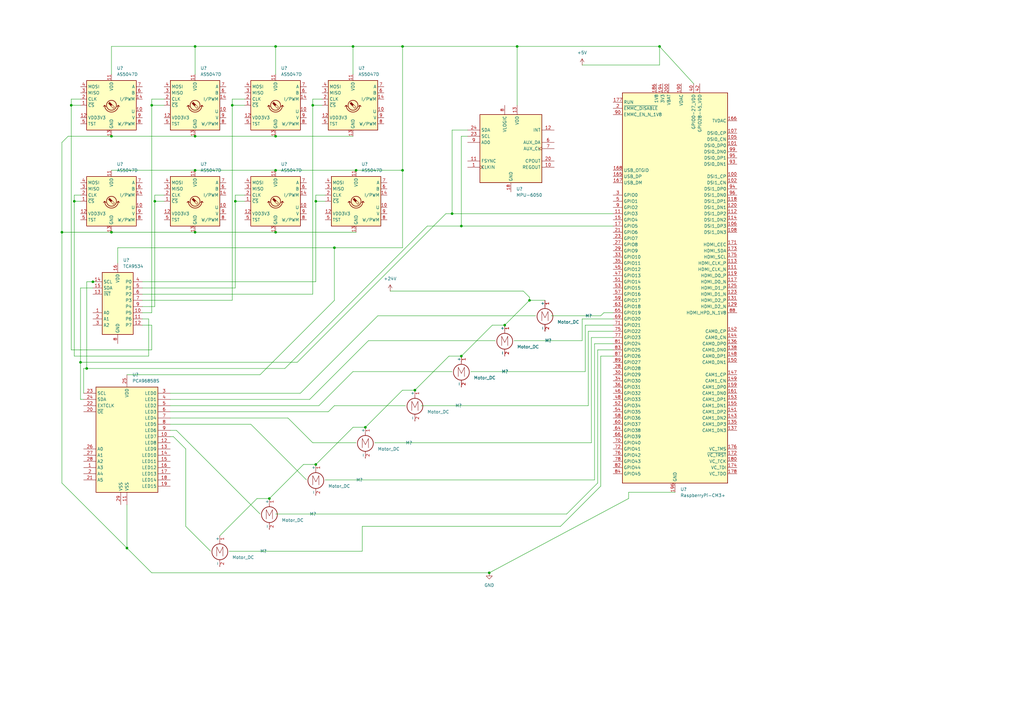
<source format=kicad_sch>
(kicad_sch (version 20231120) (generator "eeschema") (generator_version "8.0")
  (paper "A3")
  (title_block (title "robot") (date "2024-06-21") (rev "v01"))
  (lib_symbols
    (symbol "Driver_LED:PCA9685BS"
      (property "Reference" "U" (at -12.7 22.225 0))
      (property "Value" "PCA9685BS" (at 1.27 22.225 0))
      (symbol "PCA9685BS_0_1"
        (rectangle (start -12.7 20.32) (end 12.7 -22.86) (stroke (width 0.254)) (fill (type background)))
      )
      (symbol "PCA9685BS_1_1"
        (pin input line (at -17.78 -12.7 0) (length 5.08) (name "A3") (number "1"))
        (pin output line (at 17.78 0 180) (length 5.08) (name "LED7") (number "10"))
        (pin power_in line (at 0 -27.94 90) (length 5.08) (name "VSS") (number "11"))
        (pin output line (at 17.78 -2.54 180) (length 5.08) (name "LED8") (number "12"))
        (pin output line (at 17.78 -5.08 180) (length 5.08) (name "LED9") (number "13"))
        (pin output line (at 17.78 -7.62 180) (length 5.08) (name "LED10") (number "14"))
        (pin output line (at 17.78 -10.16 180) (length 5.08) (name "LED11") (number "15"))
        (pin output line (at 17.78 -12.7 180) (length 5.08) (name "LED12") (number "16"))
        (pin output line (at 17.78 -15.24 180) (length 5.08) (name "LED13") (number "17"))
        (pin output line (at 17.78 -17.78 180) (length 5.08) (name "LED14") (number "18"))
        (pin output line (at 17.78 -20.32 180) (length 5.08) (name "LED15") (number "19"))
        (pin input line (at -17.78 -15.24 0) (length 5.08) (name "A4") (number "2"))
        (pin input line (at -17.78 10.16 0) (length 5.08) (name "~{OE}") (number "20"))
        (pin input line (at -17.78 -17.78 0) (length 5.08) (name "A5") (number "21"))
        (pin input line (at -17.78 12.7 0) (length 5.08) (name "EXTCLK") (number "22"))
        (pin input line (at -17.78 17.78 0) (length 5.08) (name "SCL") (number "23"))
        (pin bidirectional line (at -17.78 15.24 0) (length 5.08) (name "SDA") (number "24"))
        (pin power_in line (at 0 25.4 270) (length 5.08) (name "VDD") (number "25"))
        (pin input line (at -17.78 -5.08 0) (length 5.08) (name "A0") (number "26"))
        (pin input line (at -17.78 -7.62 0) (length 5.08) (name "A1") (number "27"))
        (pin input line (at -17.78 -10.16 0) (length 5.08) (name "A2") (number "28"))
        (pin power_in line (at -2.54 -27.94 90) (length 5.08) (name "VSS") (number "29"))
        (pin output line (at 17.78 17.78 180) (length 5.08) (name "LED0") (number "3"))
        (pin output line (at 17.78 15.24 180) (length 5.08) (name "LED1") (number "4"))
        (pin output line (at 17.78 12.7 180) (length 5.08) (name "LED2") (number "5"))
        (pin output line (at 17.78 10.16 180) (length 5.08) (name "LED3") (number "6"))
        (pin output line (at 17.78 7.62 180) (length 5.08) (name "LED4") (number "7"))
        (pin output line (at 17.78 5.08 180) (length 5.08) (name "LED5") (number "8"))
        (pin output line (at 17.78 2.54 180) (length 5.08) (name "LED6") (number "9"))
      )
    )
    (symbol "Interface_Expansion:TCA9534"
      (property "Reference" "U" (at -6.35 12.7 0))
      (property "Value" "TCA9534" (at 2.54 12.7 0))
      (symbol "TCA9534_0_1"
        (rectangle (start -6.35 -13.97) (end 6.35 11.43) (stroke (width 0.254)) (fill (type background)))
      )
      (symbol "TCA9534_1_1"
        (pin input line (at -10.16 -5.08 0) (length 3.81) (name "A0") (number "1"))
        (pin bidirectional line (at 10.16 -5.08 180) (length 3.81) (name "P5") (number "10"))
        (pin bidirectional line (at 10.16 -7.62 180) (length 3.81) (name "P6") (number "11"))
        (pin bidirectional line (at 10.16 -10.16 180) (length 3.81) (name "P7") (number "12"))
        (pin open_collector line (at -10.16 2.54 0) (length 3.81) (name "~{INT}") (number "13"))
        (pin input line (at -10.16 7.62 0) (length 3.81) (name "SCL") (number "14"))
        (pin bidirectional line (at -10.16 5.08 0) (length 3.81) (name "SDA") (number "15"))
        (pin power_in line (at 0 15.24 270) (length 3.81) (name "VDD") (number "16"))
        (pin input line (at -10.16 -7.62 0) (length 3.81) (name "A1") (number "2"))
        (pin input line (at -10.16 -10.16 0) (length 3.81) (name "A2") (number "3"))
        (pin bidirectional line (at 10.16 7.62 180) (length 3.81) (name "P0") (number "4"))
        (pin bidirectional line (at 10.16 5.08 180) (length 3.81) (name "P1") (number "5"))
        (pin bidirectional line (at 10.16 2.54 180) (length 3.81) (name "P2") (number "6"))
        (pin bidirectional line (at 10.16 0 180) (length 3.81) (name "P3") (number "7"))
        (pin power_in line (at 0 -17.78 90) (length 3.81) (name "GND") (number "8"))
        (pin bidirectional line (at 10.16 -2.54 180) (length 3.81) (name "P4") (number "9"))
      )
    )
    (symbol "MCU_Module:RaspberryPi-CM3+"
      (property "Reference" "U" (at -20.32 81.28 0))
      (property "Value" "RaspberryPi-CM3+" (at 20.32 81.28 0))
      (symbol "RaspberryPi-CM3+_0_1"
        (rectangle (start -21.59 80.01) (end 21.59 -80.01) (stroke (width 0.254)) (fill (type background)))
      )
      (symbol "RaspberryPi-CM3+_1_1"
        (pin passive line (at 0 -83.82 90) (length 3.81) hide (name "GND") (number "1"))
        (pin no_connect line (at -20.32 66.04 0) (length 2.54) hide (name "NC") (number "10"))
        (pin output line (at 25.4 45.72 180) (length 3.81) (name "DSI1_CP") (number "100"))
        (pin output line (at 25.4 58.42 180) (length 3.81) (name "DSI0_DP0") (number "101"))
        (pin output line (at 25.4 43.18 180) (length 3.81) (name "DSI1_CN") (number "102"))
        (pin passive line (at 0 -83.82 90) (length 3.81) hide (name "GND") (number "103"))
        (pin passive line (at 0 -83.82 90) (length 3.81) hide (name "GND") (number "104"))
        (pin output line (at 25.4 60.96 180) (length 3.81) (name "DSI0_CN") (number "105"))
        (pin output line (at 25.4 25.4 180) (length 3.81) (name "DSI1_DP3") (number "106"))
        (pin output line (at 25.4 63.5 180) (length 3.81) (name "DSI0_CP") (number "107"))
        (pin output line (at 25.4 22.86 180) (length 3.81) (name "DSI1_DN3") (number "108"))
        (pin passive line (at 0 -83.82 90) (length 3.81) hide (name "GND") (number "109"))
        (pin bidirectional line (at -25.4 30.48 0) (length 3.81) (name "GPIO3") (number "11"))
        (pin passive line (at 0 -83.82 90) (length 3.81) hide (name "GND") (number "110"))
        (pin output line (at 25.4 7.62 180) (length 3.81) (name "HDMI_CLK_N") (number "111"))
        (pin output line (at 25.4 30.48 180) (length 3.81) (name "DSI1_DP2") (number "112"))
        (pin output line (at 25.4 10.16 180) (length 3.81) (name "HDMI_CLK_P") (number "113"))
        (pin output line (at 25.4 27.94 180) (length 3.81) (name "DSI1_DN2") (number "114"))
        (pin passive line (at 0 -83.82 90) (length 3.81) hide (name "GND") (number "115"))
        (pin passive line (at 0 -83.82 90) (length 3.81) hide (name "GND") (number "116"))
        (pin output line (at 25.4 2.54 180) (length 3.81) (name "HDMI_D0_N") (number "117"))
        (pin output line (at 25.4 35.56 180) (length 3.81) (name "DSI1_DP1") (number "118"))
        (pin output line (at 25.4 5.08 180) (length 3.81) (name "HDMI_D0_P") (number "119"))
        (pin no_connect line (at -20.32 63.5 0) (length 2.54) hide (name "NC") (number "12"))
        (pin output line (at 25.4 33.02 180) (length 3.81) (name "DSI1_DN1") (number "120"))
        (pin passive line (at 0 -83.82 90) (length 3.81) hide (name "GND") (number "121"))
        (pin passive line (at 0 -83.82 90) (length 3.81) hide (name "GND") (number "122"))
        (pin output line (at 25.4 -2.54 180) (length 3.81) (name "HDMI_D1_N") (number "123"))
        (pin no_connect line (at 20.32 76.2 180) (length 2.54) hide (name "NC") (number "124"))
        (pin output line (at 25.4 0 180) (length 3.81) (name "HDMI_D1_P") (number "125"))
        (pin no_connect line (at 20.32 73.66 180) (length 2.54) hide (name "NC") (number "126"))
        (pin passive line (at 0 -83.82 90) (length 3.81) hide (name "GND") (number "127"))
        (pin no_connect line (at 20.32 71.12 180) (length 2.54) hide (name "NC") (number "128"))
        (pin output line (at 25.4 -7.62 180) (length 3.81) (name "HDMI_D2_N") (number "129"))
        (pin passive line (at 0 -83.82 90) (length 3.81) hide (name "GND") (number "13"))
        (pin no_connect line (at 20.32 66.04 180) (length 2.54) hide (name "NC") (number "130"))
        (pin output line (at 25.4 -5.08 180) (length 3.81) (name "HDMI_D2_P") (number "131"))
        (pin no_connect line (at 20.32 48.26 180) (length 2.54) hide (name "NC") (number "132"))
        (pin passive line (at 0 -83.82 90) (length 3.81) hide (name "GND") (number "133"))
        (pin passive line (at 0 -83.82 90) (length 3.81) hide (name "GND") (number "134"))
        (pin input line (at 25.4 -55.88 180) (length 3.81) (name "CAM1_DP3") (number "135"))
        (pin input line (at 25.4 -22.86 180) (length 3.81) (name "CAM0_DP0") (number "136"))
        (pin input line (at 25.4 -58.42 180) (length 3.81) (name "CAM1_DN3") (number "137"))
        (pin input line (at 25.4 -25.4 180) (length 3.81) (name "CAM0_DN0") (number "138"))
        (pin passive line (at 0 -83.82 90) (length 3.81) hide (name "GND") (number "139"))
        (pin passive line (at 0 -83.82 90) (length 3.81) hide (name "GND") (number "14"))
        (pin passive line (at 0 -83.82 90) (length 3.81) hide (name "GND") (number "140"))
        (pin input line (at 25.4 -50.8 180) (length 3.81) (name "CAM1_DP2") (number "141"))
        (pin input line (at 25.4 -17.78 180) (length 3.81) (name "CAM0_CP") (number "142"))
        (pin input line (at 25.4 -53.34 180) (length 3.81) (name "CAM1_DN2") (number "143"))
        (pin input line (at 25.4 -20.32 180) (length 3.81) (name "CAM0_CN") (number "144"))
        (pin passive line (at 0 -83.82 90) (length 3.81) hide (name "GND") (number "145"))
        (pin passive line (at 0 -83.82 90) (length 3.81) hide (name "GND") (number "146"))
        (pin input line (at 25.4 -35.56 180) (length 3.81) (name "CAM1_CP") (number "147"))
        (pin input line (at 25.4 -27.94 180) (length 3.81) (name "CAM0_DP1") (number "148"))
        (pin input line (at 25.4 -38.1 180) (length 3.81) (name "CAM1_CN") (number "149"))
        (pin bidirectional line (at -25.4 27.94 0) (length 3.81) (name "GPIO4") (number "15"))
        (pin input line (at 25.4 -30.48 180) (length 3.81) (name "CAM0_DN1") (number "150"))
        (pin passive line (at 0 -83.82 90) (length 3.81) hide (name "GND") (number "151"))
        (pin passive line (at 0 -83.82 90) (length 3.81) hide (name "GND") (number "152"))
        (pin input line (at 25.4 -45.72 180) (length 3.81) (name "CAM1_DP1") (number "153"))
        (pin no_connect line (at 20.32 -15.24 180) (length 2.54) hide (name "NC") (number "154"))
        (pin input line (at 25.4 -48.26 180) (length 3.81) (name "CAM1_DN1") (number "155"))
        (pin no_connect line (at 20.32 -12.7 180) (length 2.54) hide (name "NC") (number "156"))
        (pin passive line (at 0 -83.82 90) (length 3.81) hide (name "GND") (number "157"))
        (pin no_connect line (at 20.32 20.32 180) (length 2.54) hide (name "NC") (number "158"))
        (pin input line (at 25.4 -40.64 180) (length 3.81) (name "CAM1_DP0") (number "159"))
        (pin no_connect line (at -20.32 60.96 0) (length 2.54) hide (name "NC") (number "16"))
        (pin no_connect line (at 20.32 -60.96 180) (length 2.54) hide (name "NC") (number "160"))
        (pin input line (at 25.4 -43.18 180) (length 3.81) (name "CAM1_DN0") (number "161"))
        (pin no_connect line (at 20.32 -63.5 180) (length 2.54) hide (name "NC") (number "162"))
        (pin passive line (at 0 -83.82 90) (length 3.81) hide (name "GND") (number "163"))
        (pin passive line (at 0 -83.82 90) (length 3.81) hide (name "GND") (number "164"))
        (pin bidirectional line (at -25.4 45.72 0) (length 3.81) (name "USB_DP") (number "165"))
        (pin output line (at 25.4 68.58 180) (length 3.81) (name "TVDAC") (number "166"))
        (pin bidirectional line (at -25.4 43.18 0) (length 3.81) (name "USB_DM") (number "167"))
        (pin passive line (at -25.4 48.26 0) (length 3.81) (name "USB_OTGID") (number "168"))
        (pin passive line (at 0 -83.82 90) (length 3.81) hide (name "GND") (number "169"))
        (pin bidirectional line (at -25.4 25.4 0) (length 3.81) (name "GPIO5") (number "17"))
        (pin passive line (at 0 -83.82 90) (length 3.81) hide (name "GND") (number "170"))
        (pin bidirectional line (at 25.4 17.78 180) (length 3.81) (name "HDMI_CEC") (number "171"))
        (pin input line (at 25.4 -68.58 180) (length 3.81) (name "~{VC_TRST}") (number "172"))
        (pin bidirectional line (at 25.4 15.24 180) (length 3.81) (name "HDMI_SDA") (number "173"))
        (pin input line (at 25.4 -73.66 180) (length 3.81) (name "VC_TDI") (number "174"))
        (pin bidirectional line (at 25.4 12.7 180) (length 3.81) (name "HDMI_SCL") (number "175"))
        (pin input line (at 25.4 -66.04 180) (length 3.81) (name "VC_TMS") (number "176"))
        (pin input line (at -25.4 76.2 0) (length 3.81) (name "RUN") (number "177"))
        (pin output line (at 25.4 -76.2 180) (length 3.81) (name "VC_TDO") (number "178"))
        (pin no_connect line (at 0 78.74 270) (length 2.54) hide (name "VDD_CORE_(DO_NOT_CONNECT)") (number "179"))
        (pin no_connect line (at -20.32 58.42 0) (length 2.54) hide (name "NC") (number "18"))
        (pin input line (at 25.4 -71.12 180) (length 3.81) (name "VC_TCK") (number "180"))
        (pin passive line (at 0 -83.82 90) (length 3.81) hide (name "GND") (number "181"))
        (pin passive line (at 0 -83.82 90) (length 3.81) hide (name "GND") (number "182"))
        (pin passive line (at -7.62 83.82 270) (length 3.81) hide (name "1V8") (number "183"))
        (pin passive line (at -7.62 83.82 270) (length 3.81) hide (name "1V8") (number "184"))
        (pin passive line (at -7.62 83.82 270) (length 3.81) hide (name "1V8") (number "185"))
        (pin power_in line (at -7.62 83.82 270) (length 3.81) (name "1V8") (number "186"))
        (pin passive line (at 0 -83.82 90) (length 3.81) hide (name "GND") (number "187"))
        (pin passive line (at 0 -83.82 90) (length 3.81) hide (name "GND") (number "188"))
        (pin passive line (at 2.54 83.82 270) (length 3.81) hide (name "VDAC") (number "189"))
        (pin passive line (at 0 -83.82 90) (length 3.81) hide (name "GND") (number "19"))
        (pin power_in line (at 2.54 83.82 270) (length 3.81) (name "VDAC") (number "190"))
        (pin passive line (at -5.08 83.82 270) (length 3.81) hide (name "3V3") (number "191"))
        (pin passive line (at -5.08 83.82 270) (length 3.81) hide (name "3V3") (number "192"))
        (pin passive line (at -5.08 83.82 270) (length 3.81) hide (name "3V3") (number "193"))
        (pin power_in line (at -5.08 83.82 270) (length 3.81) (name "3V3") (number "194"))
        (pin passive line (at 0 -83.82 90) (length 3.81) hide (name "GND") (number "195"))
        (pin power_out line (at 0 -83.82 90) (length 3.81) (name "GND") (number "196"))
        (pin passive line (at -2.54 83.82 270) (length 3.81) hide (name "VBAT") (number "197"))
        (pin passive line (at -2.54 83.82 270) (length 3.81) hide (name "VBAT") (number "198"))
        (pin passive line (at -2.54 83.82 270) (length 3.81) hide (name "VBAT") (number "199"))
        (pin input line (at -25.4 73.66 0) (length 3.81) (name "~{EMMC_DISABLE}") (number "2"))
        (pin passive line (at 0 -83.82 90) (length 3.81) hide (name "GND") (number "20"))
        (pin power_in line (at -2.54 83.82 270) (length 3.81) (name "VBAT") (number "200"))
        (pin bidirectional line (at -25.4 22.86 0) (length 3.81) (name "GPIO6") (number "21"))
        (pin no_connect line (at -20.32 55.88 0) (length 2.54) hide (name "NC") (number "22"))
        (pin bidirectional line (at -25.4 20.32 0) (length 3.81) (name "GPIO7") (number "23"))
        (pin no_connect line (at -20.32 53.34 0) (length 2.54) hide (name "NC") (number "24"))
        (pin passive line (at 0 -83.82 90) (length 3.81) hide (name "GND") (number "25"))
        (pin passive line (at 0 -83.82 90) (length 3.81) hide (name "GND") (number "26"))
        (pin bidirectional line (at -25.4 17.78 0) (length 3.81) (name "GPIO8") (number "27"))
        (pin bidirectional line (at -25.4 -33.02 0) (length 3.81) (name "GPIO28") (number "28"))
        (pin bidirectional line (at -25.4 15.24 0) (length 3.81) (name "GPIO9") (number "29"))
        (pin bidirectional line (at -25.4 38.1 0) (length 3.81) (name "GPIO0") (number "3"))
        (pin bidirectional line (at -25.4 -35.56 0) (length 3.81) (name "GPIO29") (number "30"))
        (pin passive line (at 0 -83.82 90) (length 3.81) hide (name "GND") (number "31"))
        (pin passive line (at 0 -83.82 90) (length 3.81) hide (name "GND") (number "32"))
        (pin bidirectional line (at -25.4 12.7 0) (length 3.81) (name "GPIO10") (number "33"))
        (pin bidirectional line (at -25.4 -38.1 0) (length 3.81) (name "GPIO30") (number "34"))
        (pin bidirectional line (at -25.4 10.16 0) (length 3.81) (name "GPIO11") (number "35"))
        (pin bidirectional line (at -25.4 -40.64 0) (length 3.81) (name "GPIO31") (number "36"))
        (pin passive line (at 0 -83.82 90) (length 3.81) hide (name "GND") (number "37"))
        (pin passive line (at 0 -83.82 90) (length 3.81) hide (name "GND") (number "38"))
        (pin passive line (at 7.62 83.82 270) (length 3.81) hide (name "GPIO0-27_VDD") (number "39"))
        (pin no_connect line (at 5.08 78.74 270) (length 2.54) hide (name "NC") (number "4"))
        (pin power_in line (at 7.62 83.82 270) (length 3.81) (name "GPIO0-27_VDD") (number "40"))
        (pin passive line (at 10.16 83.82 270) (length 3.81) hide (name "GPIO28-45_VDD") (number "41"))
        (pin power_in line (at 10.16 83.82 270) (length 3.81) (name "GPIO28-45_VDD") (number "42"))
        (pin passive line (at 0 -83.82 90) (length 3.81) hide (name "GND") (number "43"))
        (pin passive line (at 0 -83.82 90) (length 3.81) hide (name "GND") (number "44"))
        (pin bidirectional line (at -25.4 7.62 0) (length 3.81) (name "GPIO12") (number "45"))
        (pin bidirectional line (at -25.4 -43.18 0) (length 3.81) (name "GPIO32") (number "46"))
        (pin bidirectional line (at -25.4 5.08 0) (length 3.81) (name "GPIO13") (number "47"))
        (pin bidirectional line (at -25.4 -45.72 0) (length 3.81) (name "GPIO33") (number "48"))
        (pin passive line (at 0 -83.82 90) (length 3.81) hide (name "GND") (number "49"))
        (pin bidirectional line (at -25.4 35.56 0) (length 3.81) (name "GPIO1") (number "5"))
        (pin passive line (at 0 -83.82 90) (length 3.81) hide (name "GND") (number "50"))
        (pin bidirectional line (at -25.4 2.54 0) (length 3.81) (name "GPIO14") (number "51"))
        (pin bidirectional line (at -25.4 -48.26 0) (length 3.81) (name "GPIO34") (number "52"))
        (pin bidirectional line (at -25.4 0 0) (length 3.81) (name "GPIO15") (number "53"))
        (pin bidirectional line (at -25.4 -50.8 0) (length 3.81) (name "GPIO35") (number "54"))
        (pin passive line (at 0 -83.82 90) (length 3.81) hide (name "GND") (number "55"))
        (pin passive line (at 0 -83.82 90) (length 3.81) hide (name "GND") (number "56"))
        (pin bidirectional line (at -25.4 -2.54 0) (length 3.81) (name "GPIO16") (number "57"))
        (pin bidirectional line (at -25.4 -53.34 0) (length 3.81) (name "GPIO36") (number "58"))
        (pin bidirectional line (at -25.4 -5.08 0) (length 3.81) (name "GPIO17") (number "59"))
        (pin no_connect line (at 12.7 78.74 270) (length 2.54) hide (name "NC") (number "6"))
        (pin bidirectional line (at -25.4 -55.88 0) (length 3.81) (name "GPIO37") (number "60"))
        (pin passive line (at 0 -83.82 90) (length 3.81) hide (name "GND") (number "61"))
        (pin passive line (at 0 -83.82 90) (length 3.81) hide (name "GND") (number "62"))
        (pin bidirectional line (at -25.4 -7.62 0) (length 3.81) (name "GPIO18") (number "63"))
        (pin bidirectional line (at -25.4 -58.42 0) (length 3.81) (name "GPIO38") (number "64"))
        (pin bidirectional line (at -25.4 -10.16 0) (length 3.81) (name "GPIO19") (number "65"))
        (pin bidirectional line (at -25.4 -60.96 0) (length 3.81) (name "GPIO39") (number "66"))
        (pin passive line (at 0 -83.82 90) (length 3.81) hide (name "GND") (number "67"))
        (pin passive line (at 0 -83.82 90) (length 3.81) hide (name "GND") (number "68"))
        (pin bidirectional line (at -25.4 -12.7 0) (length 3.81) (name "GPIO20") (number "69"))
        (pin passive line (at 0 -83.82 90) (length 3.81) hide (name "GND") (number "7"))
        (pin bidirectional line (at -25.4 -63.5 0) (length 3.81) (name "GPIO40") (number "70"))
        (pin bidirectional line (at -25.4 -15.24 0) (length 3.81) (name "GPIO21") (number "71"))
        (pin bidirectional line (at -25.4 -66.04 0) (length 3.81) (name "GPIO41") (number "72"))
        (pin passive line (at 0 -83.82 90) (length 3.81) hide (name "GND") (number "73"))
        (pin passive line (at 0 -83.82 90) (length 3.81) hide (name "GND") (number "74"))
        (pin bidirectional line (at -25.4 -17.78 0) (length 3.81) (name "GPIO22") (number "75"))
        (pin bidirectional line (at -25.4 -68.58 0) (length 3.81) (name "GPIO42") (number "76"))
        (pin bidirectional line (at -25.4 -20.32 0) (length 3.81) (name "GPIO23") (number "77"))
        (pin bidirectional line (at -25.4 -71.12 0) (length 3.81) (name "GPIO43") (number "78"))
        (pin passive line (at 0 -83.82 90) (length 3.81) hide (name "GND") (number "79"))
        (pin passive line (at 0 -83.82 90) (length 3.81) hide (name "GND") (number "8"))
        (pin passive line (at 0 -83.82 90) (length 3.81) hide (name "GND") (number "80"))
        (pin bidirectional line (at -25.4 -22.86 0) (length 3.81) (name "GPIO24") (number "81"))
        (pin bidirectional line (at -25.4 -73.66 0) (length 3.81) (name "GPIO44") (number "82"))
        (pin bidirectional line (at -25.4 -25.4 0) (length 3.81) (name "GPIO25") (number "83"))
        (pin bidirectional line (at -25.4 -76.2 0) (length 3.81) (name "GPIO45") (number "84"))
        (pin passive line (at 0 -83.82 90) (length 3.81) hide (name "GND") (number "85"))
        (pin passive line (at 0 -83.82 90) (length 3.81) hide (name "GND") (number "86"))
        (pin bidirectional line (at -25.4 -27.94 0) (length 3.81) (name "GPIO26") (number "87"))
        (pin input line (at 25.4 -10.16 180) (length 3.81) (name "HDMI_HPD_N_1V8") (number "88"))
        (pin bidirectional line (at -25.4 -30.48 0) (length 3.81) (name "GPIO27") (number "89"))
        (pin bidirectional line (at -25.4 33.02 0) (length 3.81) (name "GPIO2") (number "9"))
        (pin output line (at -25.4 71.12 0) (length 3.81) (name "EMMC_EN_N_1V8") (number "90"))
        (pin passive line (at 0 -83.82 90) (length 3.81) hide (name "GND") (number "91"))
        (pin passive line (at 0 -83.82 90) (length 3.81) hide (name "GND") (number "92"))
        (pin output line (at 25.4 50.8 180) (length 3.81) (name "DSI0_DN1") (number "93"))
        (pin output line (at 25.4 40.64 180) (length 3.81) (name "DSI1_DP0") (number "94"))
        (pin output line (at 25.4 53.34 180) (length 3.81) (name "DSI0_DP1") (number "95"))
        (pin output line (at 25.4 38.1 180) (length 3.81) (name "DSI1_DN0") (number "96"))
        (pin passive line (at 0 -83.82 90) (length 3.81) hide (name "GND") (number "97"))
        (pin passive line (at 0 -83.82 90) (length 3.81) hide (name "GND") (number "98"))
        (pin output line (at 25.4 55.88 180) (length 3.81) (name "DSI0_DN0") (number "99"))
      )
    )
    (symbol "Motor:Motor_DC" (pin_names (offset 0))
      (property "Reference" "M" (at 2.54 2.54 0))
      (property "Value" "Motor_DC" (at 2.54 -5.08 0))
      (symbol "Motor_DC_0_0"
        (polyline (pts (xy -1.27 -3.302) (xy -1.27 0.508) (xy 0 -2.032) (xy 1.27 0.508) (xy 1.27 -3.302)))
      )
      (symbol "Motor_DC_0_1"
        (circle (center 0 -1.524) (radius 3.2512) (stroke (width 0.254)))
        (polyline (pts (xy 0 -7.62) (xy 0 -7.112)))
        (polyline (pts (xy 0 -4.7752) (xy 0 -5.1816)))
        (polyline (pts (xy 0 1.7272) (xy 0 2.0828)))
        (polyline (pts (xy 0 2.032) (xy 0 2.54)))
      )
      (symbol "Motor_DC_1_1"
        (pin passive line (at 0 5.08 270) (length 2.54) (name "+") (number "1"))
        (pin passive line (at 0 -7.62 90) (length 2.54) (name "-") (number "2"))
      )
    )
    (symbol "Sensor_Magnetic:AS5047D"
      (property "Reference" "U" (at -8.89 11.43 0))
      (property "Value" "AS5047D" (at 5.08 11.43 0))
      (symbol "AS5047D_1_1"
        (rectangle (start -10.16 10.16) (end 10.16 -10.16) (stroke (width 0.254)) (fill (type background)))
        (arc (start -2.794 0) (mid 0 -2.7819) (end 2.794 0) (stroke (width 0.254)))
        (polyline (pts (xy -2.794 0) (xy -3.302 -0.508)) (stroke (width 0.254)))
        (polyline (pts (xy -2.794 0) (xy -2.286 -0.508)) (stroke (width 0.254)))
        (polyline (pts (xy 2.794 0) (xy 2.286 -0.508)) (stroke (width 0.254)))
        (polyline (pts (xy 2.794 0) (xy 3.302 -0.508)) (stroke (width 0.254)))
        (polyline (pts (xy 0.254 0.254) (xy 1.27 -0.762) (xy 0.762 -1.27) (xy -0.254 -0.254)))
        (polyline (pts (xy -0.762 1.27) (xy 0.254 0.254) (xy -0.254 -0.254) (xy -1.27 0.762) (xy -1.016 1.016) (xy -0.762 1.27) (xy -0.635 1.143)) (fill (type outline)))
        (circle (center 0 0) (radius 2.032) (stroke (width 0.254)))
        (pin input line (at -12.7 0 0) (length 2.54) (name "~{CS}") (number "1"))
        (pin output line (at 12.7 -2.54 180) (length 2.54) (name "U") (number "10"))
        (pin power_in line (at 0 12.7 270) (length 2.54) (name "VDD") (number "11"))
        (pin power_out line (at -12.7 -5.08 0) (length 2.54) (name "VDD3V3") (number "12"))
        (pin power_in line (at 0 -12.7 90) (length 2.54) (name "GND") (number "13"))
        (pin output line (at 12.7 2.54 180) (length 2.54) (name "I/PWM") (number "14"))
        (pin input line (at -12.7 2.54 0) (length 2.54) (name "CLK") (number "2"))
        (pin output line (at -12.7 5.08 0) (length 2.54) (name "MISO") (number "3"))
        (pin input line (at -12.7 7.62 0) (length 2.54) (name "MOSI") (number "4"))
        (pin input line (at -12.7 -7.62 0) (length 2.54) (name "TST") (number "5"))
        (pin output line (at 12.7 5.08 180) (length 2.54) (name "B") (number "6"))
        (pin output line (at 12.7 7.62 180) (length 2.54) (name "A") (number "7"))
        (pin output line (at 12.7 -7.62 180) (length 2.54) (name "W/PWM") (number "8"))
        (pin output line (at 12.7 -5.08 180) (length 2.54) (name "V") (number "9"))
      )
    )
    (symbol "Sensor_Motion:MPU-6050"
      (property "Reference" "U" (at -11.43 13.97 0))
      (property "Value" "MPU-6050" (at 7.62 -15.24 0))
      (symbol "MPU-6050_0_0"
        (text "" (at 12.7 -2.54 0) (effects (font (size 1.27 1.27))))
      )
      (symbol "MPU-6050_0_1"
        (rectangle (start -12.7 13.97) (end 12.7 -13.97) (stroke (width 0.254)) (fill (type background)))
      )
      (symbol "MPU-6050_1_1"
        (pin input clock (at -17.78 -7.62 0) (length 5.08) (name "CLKIN") (number "1"))
        (pin passive line (at 17.78 -7.62 180) (length 5.08) (name "REGOUT") (number "10"))
        (pin input line (at -17.78 -5.08 0) (length 5.08) (name "FSYNC") (number "11"))
        (pin output line (at 17.78 7.62 180) (length 5.08) (name "INT") (number "12"))
        (pin power_in line (at 2.54 17.78 270) (length 3.81) (name "VDD") (number "13"))
        (pin no_connect line (at -12.7 -10.16 0) (length 2.54) hide (name "NC") (number "14"))
        (pin no_connect line (at 12.7 12.7 180) (length 2.54) hide (name "NC") (number "15"))
        (pin no_connect line (at 12.7 10.16 180) (length 2.54) hide (name "NC") (number "16"))
        (pin no_connect line (at 12.7 5.08 180) (length 2.54) hide (name "NC") (number "17"))
        (pin power_in line (at 0 -17.78 90) (length 3.81) (name "GND") (number "18"))
        (pin no_connect line (at 12.7 -10.16 180) (length 2.54) hide (name "RESV") (number "19"))
        (pin no_connect line (at -12.7 12.7 0) (length 2.54) hide (name "NC") (number "2"))
        (pin passive line (at 17.78 -5.08 180) (length 5.08) (name "CPOUT") (number "20"))
        (pin no_connect line (at 12.7 -2.54 180) (length 2.54) hide (name "RESV") (number "21"))
        (pin no_connect line (at 12.7 -12.7 180) (length 2.54) hide (name "RESV") (number "22"))
        (pin input line (at -17.78 5.08 0) (length 5.08) (name "SCL") (number "23"))
        (pin bidirectional line (at -17.78 7.62 0) (length 5.08) (name "SDA") (number "24"))
        (pin no_connect line (at -12.7 10.16 0) (length 2.54) hide (name "NC") (number "3"))
        (pin no_connect line (at -12.7 0 0) (length 2.54) hide (name "NC") (number "4"))
        (pin no_connect line (at -12.7 -2.54 0) (length 2.54) hide (name "NC") (number "5"))
        (pin bidirectional line (at 17.78 2.54 180) (length 5.08) (name "AUX_DA") (number "6"))
        (pin output clock (at 17.78 0 180) (length 5.08) (name "AUX_CL") (number "7"))
        (pin power_in line (at -2.54 17.78 270) (length 3.81) (name "VLOGIC") (number "8"))
        (pin input line (at -17.78 2.54 0) (length 5.08) (name "AD0") (number "9"))
      )
    )
    (symbol "power:+24V" (power) (pin_numbers hide) (pin_names (offset 0) hide)
      (property "Value" "+24V" (at 0 3.556 0))
      (symbol "+24V_0_1"
        (polyline (pts (xy -0.762 1.27) (xy 0 2.54)))
        (polyline (pts (xy 0 0) (xy 0 2.54)))
        (polyline (pts (xy 0 2.54) (xy 0.762 1.27)))
      )
      (symbol "+24V_1_1"
        (pin power_in line (at 0 0 90) (length 0) (name "~") (number "1"))
      )
    )
    (symbol "power:+5V" (power) (pin_numbers hide) (pin_names (offset 0) hide)
      (property "Value" "+5V" (at 0 3.556 0))
      (symbol "+5V_0_1"
        (polyline (pts (xy -0.762 1.27) (xy 0 2.54)))
        (polyline (pts (xy 0 0) (xy 0 2.54)))
        (polyline (pts (xy 0 2.54) (xy 0.762 1.27)))
      )
      (symbol "+5V_1_1"
        (pin power_in line (at 0 0 90) (length 0) (name "~") (number "1"))
      )
    )
    (symbol "power:GND" (power) (pin_numbers hide) (pin_names (offset 0) hide)
      (property "Value" "GND" (at 0 -3.81 0))
      (symbol "GND_0_1"
        (polyline (pts (xy 0 0) (xy 0 -1.27) (xy 1.27 -1.27) (xy 0 -2.54) (xy -1.27 -1.27) (xy 0 -1.27)))
      )
      (symbol "GND_1_1"
        (pin power_in line (at 0 0 270) (length 0) (name "~") (number "1"))
      )
    )
  )
  (junction (at 144.78 19.05))
  (junction (at 113.03 19.05))
  (junction (at 63.5 82.55))
  (junction (at 189.23 146.05))
  (junction (at 25.4 95.25))
  (junction (at 212.09 19.05))
  (junction (at 113.03 69.85))
  (junction (at 137.16 101.6))
  (junction (at 80.01 19.05))
  (junction (at 189.23 92.71))
  (junction (at 96.52 82.55))
  (junction (at 80.01 69.85))
  (junction (at 170.18 160.02))
  (junction (at 33.02 148.59))
  (junction (at 45.72 55.88))
  (junction (at 200.66 234.95))
  (junction (at 207.01 133.35))
  (junction (at 217.17 123.19))
  (junction (at 146.05 69.85))
  (junction (at 113.03 95.25))
  (junction (at 129.54 82.55))
  (junction (at 185.42 87.63))
  (junction (at 29.21 43.18))
  (junction (at 149.86 175.26))
  (junction (at 128.27 43.18))
  (junction (at 95.25 43.18))
  (junction (at 62.23 43.18))
  (junction (at 270.51 19.05))
  (junction (at 38.1 115.57))
  (junction (at 80.01 55.88))
  (junction (at 110.49 204.47))
  (junction (at 30.48 82.55))
  (junction (at 45.72 95.25))
  (junction (at 80.01 95.25))
  (junction (at 129.54 190.5))
  (junction (at 52.07 224.79))
  (junction (at 113.03 55.88))
  (junction (at 165.1 19.05))
  (junction (at 35.56 151.13))
  (junction (at 165.1 69.85))
  (wire (pts (xy 95.25 40.64) (xy 100.33 40.64)))
  (wire (pts (xy 58.42 115.57) (xy 129.54 115.57)))
  (wire (pts (xy 165.1 69.85) (xy 165.1 101.6)))
  (wire (pts (xy 185.42 87.63) (xy 182.88 87.63)))
  (wire (pts (xy 69.85 168.91) (xy 134.62 168.91)))
  (wire (pts (xy 245.11 143.51) (xy 245.11 198.12)))
  (wire (pts (xy 45.72 95.25) (xy 80.01 95.25)))
  (wire (pts (xy 95.25 40.64) (xy 95.25 43.18)))
  (wire (pts (xy 105.41 204.47) (xy 90.17 219.71)))
  (wire (pts (xy 27.94 55.88) (xy 25.4 58.42)))
  (wire (pts (xy 58.42 128.27) (xy 62.23 128.27)))
  (wire (pts (xy 30.48 146.05) (xy 60.96 146.05)))
  (wire (pts (xy 62.23 133.35) (xy 62.23 143.51)))
  (wire (pts (xy 207.01 133.35) (xy 201.93 133.35)))
  (wire (pts (xy 33.02 118.11) (xy 33.02 148.59)))
  (wire (pts (xy 113.03 55.88) (xy 80.01 55.88)))
  (wire (pts (xy 45.72 69.85) (xy 80.01 69.85)))
  (wire (pts (xy 30.48 80.01) (xy 33.02 80.01)))
  (wire (pts (xy 35.56 115.57) (xy 38.1 115.57)))
  (wire (pts (xy 58.42 120.65) (xy 128.27 120.65)))
  (wire (pts (xy 95.25 43.18) (xy 95.25 123.19)))
  (wire (pts (xy 48.26 101.6) (xy 48.26 107.95)))
  (wire (pts (xy 246.38 199.39) (xy 229.87 215.9)))
  (wire (pts (xy 223.52 123.19) (xy 217.17 123.19)))
  (wire (pts (xy 240.03 133.35) (xy 251.46 133.35)))
  (wire (pts (xy 242.57 138.43) (xy 242.57 181.61)))
  (wire (pts (xy 62.23 43.18) (xy 67.31 43.18)))
  (wire (pts (xy 212.09 19.05) (xy 212.09 43.18)))
  (wire (pts (xy 110.49 204.47) (xy 105.41 204.47)))
  (wire (pts (xy 80.01 55.88) (xy 45.72 55.88)))
  (wire (pts (xy 128.27 40.64) (xy 132.08 40.64)))
  (wire (pts (xy 137.16 101.6) (xy 165.1 101.6)))
  (wire (pts (xy 29.21 40.64) (xy 29.21 43.18)))
  (wire (pts (xy 25.4 95.25) (xy 45.72 95.25)))
  (wire (pts (xy 96.52 82.55) (xy 96.52 118.11)))
  (wire (pts (xy 58.42 133.35) (xy 62.23 133.35)))
  (wire (pts (xy 189.23 55.88) (xy 191.77 55.88)))
  (wire (pts (xy 270.51 26.67) (xy 270.51 19.05)))
  (wire (pts (xy 257.81 204.47) (xy 200.66 234.95)))
  (wire (pts (xy 128.27 43.18) (xy 132.08 43.18)))
  (wire (pts (xy 189.23 55.88) (xy 189.23 92.71)))
  (wire (pts (xy 38.1 115.57) (xy 39.37 115.57)))
  (wire (pts (xy 144.78 19.05) (xy 144.78 30.48)))
  (wire (pts (xy 217.17 121.92) (xy 217.17 123.19)))
  (wire (pts (xy 124.46 190.5) (xy 110.49 204.47)))
  (wire (pts (xy 33.02 163.83) (xy 34.29 163.83)))
  (wire (pts (xy 165.1 19.05) (xy 165.1 69.85)))
  (wire (pts (xy 251.46 128.27) (xy 247.65 128.27)))
  (wire (pts (xy 130.81 166.37) (xy 144.78 152.4)))
  (wire (pts (xy 133.35 196.85) (xy 243.84 196.85)))
  (wire (pts (xy 71.12 179.07) (xy 76.2 184.15)))
  (wire (pts (xy 113.03 210.82) (xy 232.41 210.82)))
  (wire (pts (xy 33.02 148.59) (xy 33.02 163.83)))
  (wire (pts (xy 29.21 40.64) (xy 33.02 40.64)))
  (wire (pts (xy 151.13 139.7) (xy 203.2 139.7)))
  (wire (pts (xy 113.03 19.05) (xy 113.03 30.48)))
  (wire (pts (xy 58.42 130.81) (xy 60.96 130.81)))
  (wire (pts (xy 118.11 171.45) (xy 128.27 181.61)))
  (wire (pts (xy 69.85 161.29) (xy 123.19 161.29)))
  (wire (pts (xy 113.03 95.25) (xy 146.05 95.25)))
  (wire (pts (xy 34.29 151.13) (xy 35.56 151.13)))
  (wire (pts (xy 144.78 55.88) (xy 113.03 55.88)))
  (wire (pts (xy 113.03 69.85) (xy 146.05 69.85)))
  (wire (pts (xy 25.4 198.12) (xy 52.07 224.79)))
  (wire (pts (xy 25.4 58.42) (xy 25.4 95.25)))
  (wire (pts (xy 134.62 168.91) (xy 137.16 166.37)))
  (wire (pts (xy 238.76 26.67) (xy 270.51 26.67)))
  (wire (pts (xy 246.38 146.05) (xy 246.38 199.39)))
  (wire (pts (xy 76.2 184.15) (xy 76.2 215.9)))
  (wire (pts (xy 165.1 19.05) (xy 212.09 19.05)))
  (wire (pts (xy 212.09 19.05) (xy 270.51 19.05)))
  (wire (pts (xy 137.16 101.6) (xy 137.16 123.19)))
  (wire (pts (xy 72.39 176.53) (xy 106.68 210.82)))
  (wire (pts (xy 170.18 160.02) (xy 165.1 160.02)))
  (wire (pts (xy 52.07 207.01) (xy 52.07 224.79)))
  (wire (pts (xy 69.85 173.99) (xy 102.87 173.99)))
  (wire (pts (xy 185.42 53.34) (xy 191.77 53.34)))
  (wire (pts (xy 144.78 175.26) (xy 129.54 190.5)))
  (wire (pts (xy 137.16 166.37) (xy 166.37 166.37)))
  (wire (pts (xy 243.84 140.97) (xy 251.46 140.97)))
  (wire (pts (xy 247.65 128.27) (xy 246.38 129.54)))
  (wire (pts (xy 175.26 92.71) (xy 116.84 151.13)))
  (wire (pts (xy 128.27 43.18) (xy 128.27 120.65)))
  (wire (pts (xy 69.85 171.45) (xy 118.11 171.45)))
  (wire (pts (xy 238.76 130.81) (xy 238.76 139.7)))
  (wire (pts (xy 93.98 226.06) (xy 148.59 226.06)))
  (wire (pts (xy 60.96 130.81) (xy 60.96 146.05)))
  (wire (pts (xy 63.5 80.01) (xy 67.31 80.01)))
  (wire (pts (xy 80.01 19.05) (xy 80.01 30.48)))
  (wire (pts (xy 245.11 143.51) (xy 251.46 143.51)))
  (wire (pts (xy 95.25 43.18) (xy 100.33 43.18)))
  (wire (pts (xy 240.03 133.35) (xy 240.03 152.4)))
  (wire (pts (xy 29.21 143.51) (xy 62.23 143.51)))
  (wire (pts (xy 210.82 139.7) (xy 238.76 139.7)))
  (wire (pts (xy 58.42 123.19) (xy 95.25 123.19)))
  (wire (pts (xy 182.88 87.63) (xy 121.92 148.59)))
  (wire (pts (xy 217.17 123.19) (xy 207.01 133.35)))
  (wire (pts (xy 189.23 92.71) (xy 251.46 92.71)))
  (wire (pts (xy 201.93 133.35) (xy 189.23 146.05)))
  (wire (pts (xy 62.23 43.18) (xy 62.23 128.27)))
  (wire (pts (xy 214.63 119.38) (xy 217.17 121.92)))
  (wire (pts (xy 175.26 92.71) (xy 189.23 92.71)))
  (wire (pts (xy 45.72 19.05) (xy 80.01 19.05)))
  (wire (pts (xy 270.51 19.05) (xy 284.48 34.29)))
  (wire (pts (xy 52.07 224.79) (xy 62.23 234.95)))
  (wire (pts (xy 129.54 80.01) (xy 133.35 80.01)))
  (wire (pts (xy 76.2 215.9) (xy 86.36 226.06)))
  (wire (pts (xy 153.67 181.61) (xy 242.57 181.61)))
  (wire (pts (xy 33.02 118.11) (xy 38.1 118.11)))
  (wire (pts (xy 80.01 69.85) (xy 113.03 69.85)))
  (wire (pts (xy 128.27 40.64) (xy 128.27 43.18)))
  (wire (pts (xy 45.72 19.05) (xy 45.72 30.48)))
  (wire (pts (xy 34.29 151.13) (xy 34.29 161.29)))
  (wire (pts (xy 148.59 215.9) (xy 148.59 226.06)))
  (wire (pts (xy 96.52 80.01) (xy 100.33 80.01)))
  (wire (pts (xy 154.94 129.54) (xy 219.71 129.54)))
  (wire (pts (xy 29.21 43.18) (xy 33.02 43.18)))
  (wire (pts (xy 146.05 69.85) (xy 165.1 69.85)))
  (wire (pts (xy 69.85 163.83) (xy 127 163.83)))
  (wire (pts (xy 69.85 179.07) (xy 71.12 179.07)))
  (wire (pts (xy 241.3 135.89) (xy 251.46 135.89)))
  (wire (pts (xy 48.26 101.6) (xy 137.16 101.6)))
  (wire (pts (xy 63.5 80.01) (xy 63.5 82.55)))
  (wire (pts (xy 62.23 234.95) (xy 200.66 234.95)))
  (wire (pts (xy 30.48 82.55) (xy 33.02 82.55)))
  (wire (pts (xy 63.5 82.55) (xy 63.5 125.73)))
  (wire (pts (xy 246.38 146.05) (xy 251.46 146.05)))
  (wire (pts (xy 127 163.83) (xy 151.13 139.7)))
  (wire (pts (xy 276.86 201.93) (xy 257.81 201.93)))
  (wire (pts (xy 80.01 95.25) (xy 113.03 95.25)))
  (wire (pts (xy 172.72 166.37) (xy 241.3 166.37)))
  (wire (pts (xy 58.42 118.11) (xy 96.52 118.11)))
  (wire (pts (xy 129.54 80.01) (xy 129.54 82.55)))
  (wire (pts (xy 137.16 123.19) (xy 106.68 153.67)))
  (wire (pts (xy 160.02 119.38) (xy 214.63 119.38)))
  (wire (pts (xy 189.23 146.05) (xy 184.15 146.05)))
  (wire (pts (xy 80.01 19.05) (xy 113.03 19.05)))
  (wire (pts (xy 185.42 87.63) (xy 251.46 87.63)))
  (wire (pts (xy 165.1 160.02) (xy 149.86 175.26)))
  (wire (pts (xy 102.87 173.99) (xy 125.73 196.85)))
  (wire (pts (xy 96.52 82.55) (xy 100.33 82.55)))
  (wire (pts (xy 129.54 190.5) (xy 124.46 190.5)))
  (wire (pts (xy 25.4 95.25) (xy 25.4 198.12)))
  (wire (pts (xy 33.02 148.59) (xy 121.92 148.59)))
  (wire (pts (xy 129.54 82.55) (xy 133.35 82.55)))
  (wire (pts (xy 128.27 181.61) (xy 146.05 181.61)))
  (wire (pts (xy 30.48 82.55) (xy 30.48 146.05)))
  (wire (pts (xy 193.04 152.4) (xy 240.03 152.4)))
  (wire (pts (xy 144.78 152.4) (xy 185.42 152.4)))
  (wire (pts (xy 69.85 176.53) (xy 72.39 176.53)))
  (wire (pts (xy 113.03 19.05) (xy 144.78 19.05)))
  (wire (pts (xy 185.42 53.34) (xy 185.42 87.63)))
  (wire (pts (xy 58.42 125.73) (xy 63.5 125.73)))
  (wire (pts (xy 229.87 215.9) (xy 148.59 215.9)))
  (wire (pts (xy 30.48 80.01) (xy 30.48 82.55)))
  (wire (pts (xy 62.23 40.64) (xy 67.31 40.64)))
  (wire (pts (xy 45.72 55.88) (xy 27.94 55.88)))
  (wire (pts (xy 149.86 175.26) (xy 144.78 175.26)))
  (wire (pts (xy 96.52 80.01) (xy 96.52 82.55)))
  (wire (pts (xy 35.56 115.57) (xy 35.56 151.13)))
  (wire (pts (xy 245.11 198.12) (xy 232.41 210.82)))
  (wire (pts (xy 63.5 82.55) (xy 67.31 82.55)))
  (wire (pts (xy 29.21 43.18) (xy 29.21 143.51)))
  (wire (pts (xy 69.85 166.37) (xy 130.81 166.37)))
  (wire (pts (xy 241.3 135.89) (xy 241.3 166.37)))
  (wire (pts (xy 184.15 146.05) (xy 170.18 160.02)))
  (wire (pts (xy 35.56 151.13) (xy 116.84 151.13)))
  (wire (pts (xy 243.84 140.97) (xy 243.84 196.85)))
  (wire (pts (xy 123.19 161.29) (xy 154.94 129.54)))
  (wire (pts (xy 242.57 138.43) (xy 251.46 138.43)))
  (wire (pts (xy 257.81 201.93) (xy 257.81 204.47)))
  (wire (pts (xy 62.23 40.64) (xy 62.23 43.18)))
  (wire (pts (xy 144.78 19.05) (xy 165.1 19.05)))
  (wire (pts (xy 52.07 153.67) (xy 106.68 153.67)))
  (wire (pts (xy 129.54 82.55) (xy 129.54 115.57)))
  (wire (pts (xy 226.06 129.54) (xy 246.38 129.54)))
  (wire (pts (xy 238.76 130.81) (xy 251.46 130.81)))
  (symbol (lib_id "MCU_Module:RaspberryPi-CM3+") (at 276.86 118.11 0) (unit 1)
    (property "Reference" "U?" (at 279.0541 200.66 0) (effects (justify left)))
    (property "Value" "RaspberryPi-CM3+" (at 279.0541 203.2 0) (effects (justify left)))
    (property "Datasheet" "https://www.raspberrypi.org/documentation/hardware/computemodule/datasheets/rpi_DATA_CM3plus_1p0.pdf" (effects (hide yes)))
    (property "Description" "BCM2837B0 Broadcom 1.2 GHZ quad core, 1 GB RAM 8/16/32 GB eMMC, industrial SoM computer" (effects (hide yes)))
  )
  (symbol (lib_id "Sensor_Magnetic:AS5047D") (at 80.01 43.18 0) (unit 1)
    (property "Reference" "U?" (at 82.2041 27.94 0) (effects (justify left)))
    (property "Value" "AS5047D" (at 82.2041 30.48 0) (effects (justify left)))
    (property "Footprint" "Package_SO:TSSOP-14_4.4x5mm_P0.65mm" (effects (hide yes)))
    (property "Datasheet" "https://ams.com/documents/20143/36005/AS5047D_DS000394_2-00.pdf" (effects (hide yes)))
    (property "Description" "On-Axis Magnetic Position Sensor, 14-bit, PWM Output, ABI Output, UVW Output, SPI Interface, TSSOP-14" (effects (hide yes)))
  )
  (symbol (lib_id "Motor:Motor_DC") (at 90.17 224.79 0) (unit 1)
    (property "Reference" "M?" (at 106.68 226.06 0) (effects (justify left)))
    (property "Value" "Motor_DC" (at 95.25 228.5999 0) (effects (justify left)))
    (property "Description" "DC Motor" (effects (hide yes)))
  )
  (symbol (lib_id "power:GND") (at 200.66 234.95 0) (unit 1)
    (property "Reference" "#PWR01" (effects (hide yes)))
    (property "Value" "GND" (at 200.66 240.03 0))
    (property "Description" "Power symbol creates a global label with name \"GND\" , ground" (effects (hide yes)))
  )
  (symbol (lib_id "Interface_Expansion:TCA9534") (at 48.26 123.19 0) (unit 1)
    (property "Reference" "U?" (at 50.4541 106.68 0) (effects (justify left)))
    (property "Value" "TCA9534" (at 50.4541 109.22 0) (effects (justify left)))
    (property "Datasheet" "http://www.ti.com/lit/ds/symlink/tca9534.pdf" (effects (hide yes)))
    (property "Description" "8 Bit Port/Expander, I2C SMBUS, Interrupt output, TSSOP-16, SOIC-16" (effects (hide yes)))
  )
  (symbol (lib_id "Motor:Motor_DC") (at 207.01 138.43 0) (unit 1)
    (property "Reference" "M?" (at 223.52 139.7 0) (effects (justify left)))
    (property "Value" "Motor_DC" (at 212.09 142.2399 0) (effects (justify left)))
    (property "Description" "DC Motor" (effects (hide yes)))
  )
  (symbol (lib_id "Motor:Motor_DC") (at 170.18 165.1 0) (unit 1)
    (property "Reference" "M?" (at 186.69 166.37 0) (effects (justify left)))
    (property "Value" "Motor_DC" (at 175.26 168.9099 0) (effects (justify left)))
    (property "Description" "DC Motor" (effects (hide yes)))
  )
  (symbol (lib_id "Motor:Motor_DC") (at 189.23 151.13 0) (unit 1)
    (property "Reference" "M?" (at 205.74 152.4 0) (effects (justify left)))
    (property "Value" "Motor_DC" (at 194.31 154.9399 0) (effects (justify left)))
    (property "Description" "DC Motor" (effects (hide yes)))
  )
  (symbol (lib_id "power:+5V") (at 238.76 26.67 0) (unit 1)
    (property "Reference" "#PWR03" (effects (hide yes)))
    (property "Value" "+5V" (at 238.76 21.59 0))
    (property "Description" "Power symbol creates a global label with name \"+5V\"" (effects (hide yes)))
  )
  (symbol (lib_id "Motor:Motor_DC") (at 129.54 195.58 0) (unit 1)
    (property "Reference" "M?" (at 146.05 196.85 0) (effects (justify left)))
    (property "Value" "Motor_DC" (at 134.62 199.3899 0) (effects (justify left)))
    (property "Description" "DC Motor" (effects (hide yes)))
  )
  (symbol (lib_id "Sensor_Magnetic:AS5047D") (at 146.05 82.55 0) (unit 1)
    (property "Reference" "U?" (at 148.2441 67.31 0) (effects (justify left)))
    (property "Value" "AS5047D" (at 148.2441 69.85 0) (effects (justify left)))
    (property "Footprint" "Package_SO:TSSOP-14_4.4x5mm_P0.65mm" (effects (hide yes)))
    (property "Datasheet" "https://ams.com/documents/20143/36005/AS5047D_DS000394_2-00.pdf" (effects (hide yes)))
    (property "Description" "On-Axis Magnetic Position Sensor, 14-bit, PWM Output, ABI Output, UVW Output, SPI Interface, TSSOP-14" (effects (hide yes)))
  )
  (symbol (lib_id "Sensor_Magnetic:AS5047D") (at 144.78 43.18 0) (unit 1)
    (property "Reference" "U?" (at 146.9741 27.94 0) (effects (justify left)))
    (property "Value" "AS5047D" (at 146.9741 30.48 0) (effects (justify left)))
    (property "Footprint" "Package_SO:TSSOP-14_4.4x5mm_P0.65mm" (effects (hide yes)))
    (property "Datasheet" "https://ams.com/documents/20143/36005/AS5047D_DS000394_2-00.pdf" (effects (hide yes)))
    (property "Description" "On-Axis Magnetic Position Sensor, 14-bit, PWM Output, ABI Output, UVW Output, SPI Interface, TSSOP-14" (effects (hide yes)))
  )
  (symbol (lib_id "Sensor_Magnetic:AS5047D") (at 113.03 43.18 0) (unit 1)
    (property "Reference" "U?" (at 115.2241 27.94 0) (effects (justify left)))
    (property "Value" "AS5047D" (at 115.2241 30.48 0) (effects (justify left)))
    (property "Footprint" "Package_SO:TSSOP-14_4.4x5mm_P0.65mm" (effects (hide yes)))
    (property "Datasheet" "https://ams.com/documents/20143/36005/AS5047D_DS000394_2-00.pdf" (effects (hide yes)))
    (property "Description" "On-Axis Magnetic Position Sensor, 14-bit, PWM Output, ABI Output, UVW Output, SPI Interface, TSSOP-14" (effects (hide yes)))
  )
  (symbol (lib_id "Motor:Motor_DC") (at 149.86 180.34 0) (unit 1)
    (property "Reference" "M?" (at 166.37 181.61 0) (effects (justify left)))
    (property "Value" "Motor_DC" (at 154.94 184.1499 0) (effects (justify left)))
    (property "Description" "DC Motor" (effects (hide yes)))
  )
  (symbol (lib_id "Sensor_Magnetic:AS5047D") (at 45.72 82.55 0) (unit 1)
    (property "Reference" "U?" (at 47.9141 67.31 0) (effects (justify left)))
    (property "Value" "AS5047D" (at 47.9141 69.85 0) (effects (justify left)))
    (property "Footprint" "Package_SO:TSSOP-14_4.4x5mm_P0.65mm" (effects (hide yes)))
    (property "Datasheet" "https://ams.com/documents/20143/36005/AS5047D_DS000394_2-00.pdf" (effects (hide yes)))
    (property "Description" "On-Axis Magnetic Position Sensor, 14-bit, PWM Output, ABI Output, UVW Output, SPI Interface, TSSOP-14" (effects (hide yes)))
  )
  (symbol (lib_id "Motor:Motor_DC") (at 110.49 209.55 0) (unit 1)
    (property "Reference" "M?" (at 127 210.82 0) (effects (justify left)))
    (property "Value" "Motor_DC" (at 115.57 213.3599 0) (effects (justify left)))
    (property "Description" "DC Motor" (effects (hide yes)))
  )
  (symbol (lib_id "Driver_LED:PCA9685BS") (at 52.07 179.07 0) (unit 1)
    (property "Reference" "U?" (at 54.2641 153.67 0) (effects (justify left)))
    (property "Value" "PCA9685BS" (at 54.2641 156.21 0) (effects (justify left)))
    (property "Footprint" "Package_DFN_QFN:QFN-28-1EP_6x6mm_P0.65mm_EP4.25x4.25mm" (effects (hide yes)))
    (property "Datasheet" "http://www.nxp.com/docs/en/data-sheet/PCA9685.pdf" (effects (hide yes)))
    (property "Description" "16-channel 12-bit PWM Fm+ I2C-bus LED controller RGBA QFN" (effects (hide yes)))
  )
  (symbol (lib_id "Sensor_Magnetic:AS5047D") (at 45.72 43.18 0) (unit 1)
    (property "Reference" "U?" (at 47.9141 27.94 0) (effects (justify left)))
    (property "Value" "AS5047D" (at 47.9141 30.48 0) (effects (justify left)))
    (property "Footprint" "Package_SO:TSSOP-14_4.4x5mm_P0.65mm" (effects (hide yes)))
    (property "Datasheet" "https://ams.com/documents/20143/36005/AS5047D_DS000394_2-00.pdf" (effects (hide yes)))
    (property "Description" "On-Axis Magnetic Position Sensor, 14-bit, PWM Output, ABI Output, UVW Output, SPI Interface, TSSOP-14" (effects (hide yes)))
  )
  (symbol (lib_id "Sensor_Magnetic:AS5047D") (at 80.01 82.55 0) (unit 1)
    (property "Reference" "U?" (at 82.2041 67.31 0) (effects (justify left)))
    (property "Value" "AS5047D" (at 82.2041 69.85 0) (effects (justify left)))
    (property "Footprint" "Package_SO:TSSOP-14_4.4x5mm_P0.65mm" (effects (hide yes)))
    (property "Datasheet" "https://ams.com/documents/20143/36005/AS5047D_DS000394_2-00.pdf" (effects (hide yes)))
    (property "Description" "On-Axis Magnetic Position Sensor, 14-bit, PWM Output, ABI Output, UVW Output, SPI Interface, TSSOP-14" (effects (hide yes)))
  )
  (symbol (lib_id "power:+24V") (at 160.02 119.38 0) (unit 1)
    (property "Reference" "#PWR02" (effects (hide yes)))
    (property "Value" "+24V" (at 160.02 114.3 0))
    (property "Description" "Power symbol creates a global label with name \"+24V\"" (effects (hide yes)))
  )
  (symbol (lib_id "Sensor_Motion:MPU-6050") (at 209.55 60.96 0) (unit 1)
    (property "Reference" "U?" (at 211.7441 77.47 0) (effects (justify left)))
    (property "Value" "MPU-6050" (at 211.7441 80.01 0) (effects (justify left)))
    (property "Footprint" "Sensor_Motion:InvenSense_QFN-24_4x4mm_P0.5mm" (effects (hide yes)))
    (property "Datasheet" "https://invensense.tdk.com/wp-content/uploads/2015/02/MPU-6000-Datasheet1.pdf" (effects (hide yes)))
    (property "Description" "InvenSense 6-Axis Motion Sensor, Gyroscope, Accelerometer, I2C" (effects (hide yes)))
  )
  (symbol (lib_id "Sensor_Magnetic:AS5047D") (at 113.03 82.55 0) (unit 1)
    (property "Reference" "U?" (at 115.2241 67.31 0) (effects (justify left)))
    (property "Value" "AS5047D" (at 115.2241 69.85 0) (effects (justify left)))
    (property "Footprint" "Package_SO:TSSOP-14_4.4x5mm_P0.65mm" (effects (hide yes)))
    (property "Datasheet" "https://ams.com/documents/20143/36005/AS5047D_DS000394_2-00.pdf" (effects (hide yes)))
    (property "Description" "On-Axis Magnetic Position Sensor, 14-bit, PWM Output, ABI Output, UVW Output, SPI Interface, TSSOP-14" (effects (hide yes)))
  )
  (symbol (lib_id "Motor:Motor_DC") (at 223.52 128.27 0) (unit 1)
    (property "Reference" "M?" (at 240.03 129.54 0) (effects (justify left)))
    (property "Value" "Motor_DC" (at 228.6 132.0799 0) (effects (justify left)))
    (property "Description" "DC Motor" (effects (hide yes)))
  )
)
</source>
